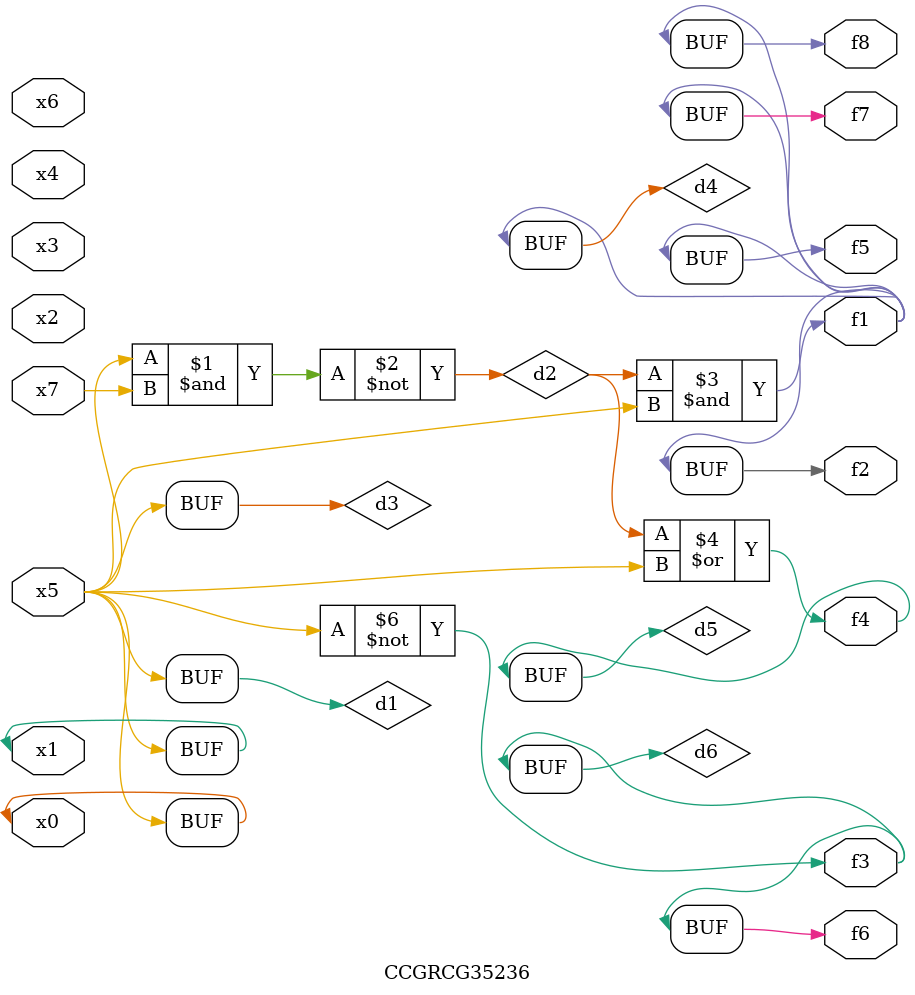
<source format=v>
module CCGRCG35236(
	input x0, x1, x2, x3, x4, x5, x6, x7,
	output f1, f2, f3, f4, f5, f6, f7, f8
);

	wire d1, d2, d3, d4, d5, d6;

	buf (d1, x0, x5);
	nand (d2, x5, x7);
	buf (d3, x0, x1);
	and (d4, d2, d3);
	or (d5, d2, d3);
	nor (d6, d1, d3);
	assign f1 = d4;
	assign f2 = d4;
	assign f3 = d6;
	assign f4 = d5;
	assign f5 = d4;
	assign f6 = d6;
	assign f7 = d4;
	assign f8 = d4;
endmodule

</source>
